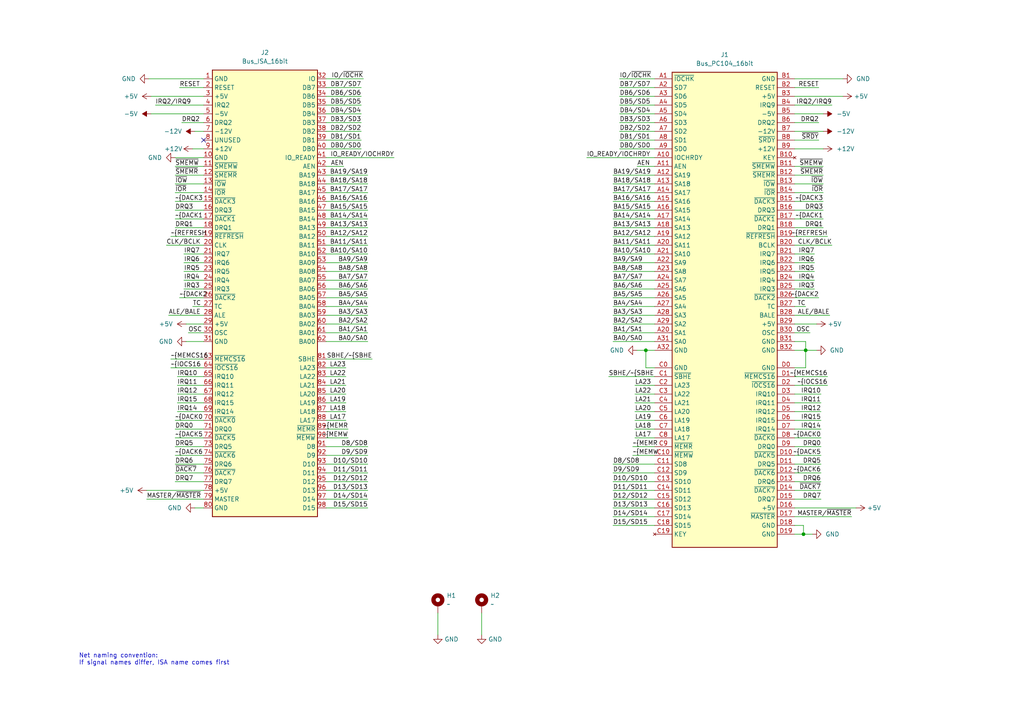
<source format=kicad_sch>
(kicad_sch (version 20211123) (generator eeschema)
  (paper "A4")
  (lib_symbols
    (symbol "Mechanical:MountingHole_Pad" (pin_numbers hide) (pin_names (offset 1.016) hide)
      (property "Reference" "H" (at 0 6.35 0))
      (property "Value" "MountingHole_Pad" (at 0 4.445 0))
      (symbol "MountingHole_Pad_0_1"
        (circle (center 0 1.27) (radius 1.27) (stroke (width 1.27)))
      )
      (symbol "MountingHole_Pad_1_1"
        (pin input line (at 0 -2.54 90) (length 2.54) (name "1") (number "1"))
      )
    )
    (symbol "local:Bus_ISA_16bit"
      (property "Reference" "J" (at 0 67.945 0))
      (property "Value" "Bus_ISA_16bit" (at 0 -65.405 0))
      (symbol "Bus_ISA_16bit_0_1"
        (rectangle (start -15.24 -63.5) (end 15.24 66.04) (stroke (width 0.254)) (fill (type background)))
      )
      (symbol "Bus_ISA_16bit_1_1"
        (pin power_out line (at -17.78 63.5 0) (length 2.54) (name "GND") (number "1"))
        (pin power_in line (at -17.78 40.64 0) (length 2.54) (name "GND") (number "10"))
        (pin output line (at -17.78 38.1 0) (length 2.54) (name "~{SMEMW}") (number "11"))
        (pin output line (at -17.78 35.56 0) (length 2.54) (name "~{SMEMR}") (number "12"))
        (pin output line (at -17.78 33.02 0) (length 2.54) (name "~{IOW}") (number "13"))
        (pin output line (at -17.78 30.48 0) (length 2.54) (name "~{IOR}") (number "14"))
        (pin passive line (at -17.78 27.94 0) (length 2.54) (name "~{DACK3}") (number "15"))
        (pin passive line (at -17.78 25.4 0) (length 2.54) (name "DRQ3") (number "16"))
        (pin passive line (at -17.78 22.86 0) (length 2.54) (name "~{DACK1}") (number "17"))
        (pin passive line (at -17.78 20.32 0) (length 2.54) (name "DRQ1") (number "18"))
        (pin passive line (at -17.78 17.78 0) (length 2.54) (name "~{REFRESH}") (number "19"))
        (pin output line (at -17.78 60.96 0) (length 2.54) (name "RESET") (number "2"))
        (pin output line (at -17.78 15.24 0) (length 2.54) (name "CLK") (number "20"))
        (pin passive line (at -17.78 12.7 0) (length 2.54) (name "IRQ7") (number "21"))
        (pin passive line (at -17.78 10.16 0) (length 2.54) (name "IRQ6") (number "22"))
        (pin passive line (at -17.78 7.62 0) (length 2.54) (name "IRQ5") (number "23"))
        (pin passive line (at -17.78 5.08 0) (length 2.54) (name "IRQ4") (number "24"))
        (pin passive line (at -17.78 2.54 0) (length 2.54) (name "IRQ3") (number "25"))
        (pin passive line (at -17.78 0 0) (length 2.54) (name "~{DACK2}") (number "26"))
        (pin passive line (at -17.78 -2.54 0) (length 2.54) (name "TC") (number "27"))
        (pin output line (at -17.78 -5.08 0) (length 2.54) (name "ALE") (number "28"))
        (pin power_in line (at -17.78 -7.62 0) (length 2.54) (name "+5V") (number "29"))
        (pin power_out line (at -17.78 58.42 0) (length 2.54) (name "+5V") (number "3"))
        (pin output line (at -17.78 -10.16 0) (length 2.54) (name "OSC") (number "30"))
        (pin power_in line (at -17.78 -12.7 0) (length 2.54) (name "GND") (number "31"))
        (pin passive line (at 17.78 63.5 180) (length 2.54) (name "IO") (number "32"))
        (pin tri_state line (at 17.78 60.96 180) (length 2.54) (name "DB7") (number "33"))
        (pin tri_state line (at 17.78 58.42 180) (length 2.54) (name "DB6") (number "34"))
        (pin tri_state line (at 17.78 55.88 180) (length 2.54) (name "DB5") (number "35"))
        (pin tri_state line (at 17.78 53.34 180) (length 2.54) (name "DB4") (number "36"))
        (pin tri_state line (at 17.78 50.8 180) (length 2.54) (name "DB3") (number "37"))
        (pin tri_state line (at 17.78 48.26 180) (length 2.54) (name "DB2") (number "38"))
        (pin tri_state line (at 17.78 45.72 180) (length 2.54) (name "DB1") (number "39"))
        (pin passive line (at -17.78 55.88 0) (length 2.54) (name "IRQ2") (number "4"))
        (pin tri_state line (at 17.78 43.18 180) (length 2.54) (name "DB0") (number "40"))
        (pin passive line (at 17.78 40.64 180) (length 2.54) (name "IO_READY") (number "41"))
        (pin output line (at 17.78 38.1 180) (length 2.54) (name "AEN") (number "42"))
        (pin tri_state line (at 17.78 35.56 180) (length 2.54) (name "BA19") (number "43"))
        (pin tri_state line (at 17.78 33.02 180) (length 2.54) (name "BA18") (number "44"))
        (pin tri_state line (at 17.78 30.48 180) (length 2.54) (name "BA17") (number "45"))
        (pin tri_state line (at 17.78 27.94 180) (length 2.54) (name "BA16") (number "46"))
        (pin tri_state line (at 17.78 25.4 180) (length 2.54) (name "BA15") (number "47"))
        (pin tri_state line (at 17.78 22.86 180) (length 2.54) (name "BA14") (number "48"))
        (pin tri_state line (at 17.78 20.32 180) (length 2.54) (name "BA13") (number "49"))
        (pin power_out line (at -17.78 53.34 0) (length 2.54) (name "-5V") (number "5"))
        (pin tri_state line (at 17.78 17.78 180) (length 2.54) (name "BA12") (number "50"))
        (pin tri_state line (at 17.78 15.24 180) (length 2.54) (name "BA11") (number "51"))
        (pin tri_state line (at 17.78 12.7 180) (length 2.54) (name "BA10") (number "52"))
        (pin tri_state line (at 17.78 10.16 180) (length 2.54) (name "BA09") (number "53"))
        (pin tri_state line (at 17.78 7.62 180) (length 2.54) (name "BA08") (number "54"))
        (pin tri_state line (at 17.78 5.08 180) (length 2.54) (name "BA07") (number "55"))
        (pin tri_state line (at 17.78 2.54 180) (length 2.54) (name "BA06") (number "56"))
        (pin tri_state line (at 17.78 0 180) (length 2.54) (name "BA05") (number "57"))
        (pin tri_state line (at 17.78 -2.54 180) (length 2.54) (name "BA04") (number "58"))
        (pin tri_state line (at 17.78 -5.08 180) (length 2.54) (name "BA03") (number "59"))
        (pin passive line (at -17.78 50.8 0) (length 2.54) (name "DRQ2") (number "6"))
        (pin tri_state line (at 17.78 -7.62 180) (length 2.54) (name "BA02") (number "60"))
        (pin tri_state line (at 17.78 -10.16 180) (length 2.54) (name "BA01") (number "61"))
        (pin tri_state line (at 17.78 -12.7 180) (length 2.54) (name "BA00") (number "62"))
        (pin passive line (at -17.78 -17.78 0) (length 2.54) (name "~{MEMCS16}") (number "63"))
        (pin passive line (at -17.78 -20.32 0) (length 2.54) (name "~{IOCS16}") (number "64"))
        (pin passive line (at -17.78 -22.86 0) (length 2.54) (name "IRQ10") (number "65"))
        (pin passive line (at -17.78 -25.4 0) (length 2.54) (name "IRQ11") (number "66"))
        (pin passive line (at -17.78 -27.94 0) (length 2.54) (name "IRQ12") (number "67"))
        (pin passive line (at -17.78 -30.48 0) (length 2.54) (name "IRQ15") (number "68"))
        (pin passive line (at -17.78 -33.02 0) (length 2.54) (name "IRQ14") (number "69"))
        (pin power_out line (at -17.78 48.26 0) (length 2.54) (name "-12V") (number "7"))
        (pin output line (at -17.78 -35.56 0) (length 2.54) (name "~{DACK0}") (number "70"))
        (pin passive line (at -17.78 -38.1 0) (length 2.54) (name "DRQ0") (number "71"))
        (pin output line (at -17.78 -40.64 0) (length 2.54) (name "~{DACK5}") (number "72"))
        (pin passive line (at -17.78 -43.18 0) (length 2.54) (name "DRQ5") (number "73"))
        (pin output line (at -17.78 -45.72 0) (length 2.54) (name "~{DACK6}") (number "74"))
        (pin passive line (at -17.78 -48.26 0) (length 2.54) (name "DRQ6") (number "75"))
        (pin output line (at -17.78 -50.8 0) (length 2.54) (name "~{DACK7}") (number "76"))
        (pin passive line (at -17.78 -53.34 0) (length 2.54) (name "DRQ7") (number "77"))
        (pin power_in line (at -17.78 -55.88 0) (length 2.54) (name "+5V") (number "78"))
        (pin passive line (at -17.78 -58.42 0) (length 2.54) (name "MASTER") (number "79"))
        (pin passive line (at -17.78 45.72 0) (length 2.54) (name "UNUSED") (number "8"))
        (pin power_in line (at -17.78 -60.96 0) (length 2.54) (name "GND") (number "80"))
        (pin passive line (at 17.78 -17.78 180) (length 2.54) (name "SBHE") (number "81"))
        (pin passive line (at 17.78 -20.32 180) (length 2.54) (name "LA23") (number "82"))
        (pin passive line (at 17.78 -22.86 180) (length 2.54) (name "LA22") (number "83"))
        (pin passive line (at 17.78 -25.4 180) (length 2.54) (name "LA21") (number "84"))
        (pin passive line (at 17.78 -27.94 180) (length 2.54) (name "LA20") (number "85"))
        (pin passive line (at 17.78 -30.48 180) (length 2.54) (name "LA19") (number "86"))
        (pin passive line (at 17.78 -33.02 180) (length 2.54) (name "LA18") (number "87"))
        (pin passive line (at 17.78 -35.56 180) (length 2.54) (name "LA17") (number "88"))
        (pin output line (at 17.78 -38.1 180) (length 2.54) (name "~{MEMR}") (number "89"))
        (pin power_out line (at -17.78 43.18 0) (length 2.54) (name "+12V") (number "9"))
        (pin output line (at 17.78 -40.64 180) (length 2.54) (name "~{MEMW}") (number "90"))
        (pin tri_state line (at 17.78 -43.18 180) (length 2.54) (name "D8") (number "91"))
        (pin tri_state line (at 17.78 -45.72 180) (length 2.54) (name "D9") (number "92"))
        (pin tri_state line (at 17.78 -48.26 180) (length 2.54) (name "D10") (number "93"))
        (pin tri_state line (at 17.78 -50.8 180) (length 2.54) (name "D11") (number "94"))
        (pin tri_state line (at 17.78 -53.34 180) (length 2.54) (name "D12") (number "95"))
        (pin tri_state line (at 17.78 -55.88 180) (length 2.54) (name "D13") (number "96"))
        (pin tri_state line (at 17.78 -58.42 180) (length 2.54) (name "D14") (number "97"))
        (pin tri_state line (at 17.78 -60.96 180) (length 2.54) (name "D15") (number "98"))
      )
    )
    (symbol "local:Bus_PC104_16bit"
      (property "Reference" "J" (at 0 69.215 0))
      (property "Value" "Bus_PC104_16bit" (at 0 1.27 90))
      (symbol "Bus_PC104_16bit_0_0"
        (pin power_in line (at -20.32 -13.97 0) (length 5.08) (name "GND") (number "A32"))
        (pin power_in line (at 20.32 -13.97 180) (length 5.08) (name "GND") (number "B32"))
        (pin no_connect line (at -20.32 -67.31 0) (length 5.08) (name "KEY") (number "C19"))
        (pin power_in line (at 20.32 -67.31 180) (length 5.08) (name "GND") (number "D19"))
      )
      (symbol "Bus_PC104_16bit_0_1"
        (rectangle (start -15.24 66.675) (end 15.24 -71.12) (stroke (width 0.254)) (fill (type background)))
      )
      (symbol "Bus_PC104_16bit_1_1"
        (pin passive line (at -20.32 64.77 0) (length 5.08) (name "~{IOCHK}") (number "A1"))
        (pin passive line (at -20.32 41.91 0) (length 5.08) (name "IOCHRDY") (number "A10"))
        (pin input line (at -20.32 39.37 0) (length 5.08) (name "AEN") (number "A11"))
        (pin tri_state line (at -20.32 36.83 0) (length 5.08) (name "SA19") (number "A12"))
        (pin tri_state line (at -20.32 34.29 0) (length 5.08) (name "SA18") (number "A13"))
        (pin tri_state line (at -20.32 31.75 0) (length 5.08) (name "SA17") (number "A14"))
        (pin tri_state line (at -20.32 29.21 0) (length 5.08) (name "SA16") (number "A15"))
        (pin tri_state line (at -20.32 26.67 0) (length 5.08) (name "SA15") (number "A16"))
        (pin tri_state line (at -20.32 24.13 0) (length 5.08) (name "SA14") (number "A17"))
        (pin tri_state line (at -20.32 21.59 0) (length 5.08) (name "SA13") (number "A18"))
        (pin tri_state line (at -20.32 19.05 0) (length 5.08) (name "SA12") (number "A19"))
        (pin tri_state line (at -20.32 62.23 0) (length 5.08) (name "SD7") (number "A2"))
        (pin tri_state line (at -20.32 -8.89 0) (length 5.08) (name "SA1") (number "A20"))
        (pin tri_state line (at -20.32 16.51 0) (length 5.08) (name "SA11") (number "A20"))
        (pin tri_state line (at -20.32 13.97 0) (length 5.08) (name "SA10") (number "A21"))
        (pin tri_state line (at -20.32 11.43 0) (length 5.08) (name "SA9") (number "A22"))
        (pin tri_state line (at -20.32 8.89 0) (length 5.08) (name "SA8") (number "A23"))
        (pin tri_state line (at -20.32 6.35 0) (length 5.08) (name "SA7") (number "A24"))
        (pin tri_state line (at -20.32 3.81 0) (length 5.08) (name "SA6") (number "A25"))
        (pin tri_state line (at -20.32 1.27 0) (length 5.08) (name "SA5") (number "A26"))
        (pin tri_state line (at -20.32 -1.27 0) (length 5.08) (name "SA4") (number "A27"))
        (pin tri_state line (at -20.32 -3.81 0) (length 5.08) (name "SA3") (number "A28"))
        (pin tri_state line (at -20.32 -6.35 0) (length 5.08) (name "SA2") (number "A29"))
        (pin tri_state line (at -20.32 59.69 0) (length 5.08) (name "SD6") (number "A3"))
        (pin tri_state line (at -20.32 -11.43 0) (length 5.08) (name "SA0") (number "A31"))
        (pin tri_state line (at -20.32 57.15 0) (length 5.08) (name "SD5") (number "A4"))
        (pin tri_state line (at -20.32 54.61 0) (length 5.08) (name "SD4") (number "A5"))
        (pin tri_state line (at -20.32 52.07 0) (length 5.08) (name "SD3") (number "A6"))
        (pin tri_state line (at -20.32 49.53 0) (length 5.08) (name "SD2") (number "A7"))
        (pin tri_state line (at -20.32 46.99 0) (length 5.08) (name "SD1") (number "A8"))
        (pin tri_state line (at -20.32 44.45 0) (length 5.08) (name "SD0") (number "A9"))
        (pin power_in line (at 20.32 64.77 180) (length 5.08) (name "GND") (number "B1"))
        (pin no_connect line (at 20.32 41.91 180) (length 5.08) (name "KEY") (number "B10"))
        (pin input line (at 20.32 39.37 180) (length 5.08) (name "~{SMEMW}") (number "B11"))
        (pin input line (at 20.32 36.83 180) (length 5.08) (name "~{SMEMR}") (number "B12"))
        (pin input line (at 20.32 34.29 180) (length 5.08) (name "~{IOW}") (number "B13"))
        (pin input line (at 20.32 31.75 180) (length 5.08) (name "~{IOR}") (number "B14"))
        (pin passive line (at 20.32 29.21 180) (length 5.08) (name "~{DACK3}") (number "B15"))
        (pin passive line (at 20.32 26.67 180) (length 5.08) (name "DRQ3") (number "B16"))
        (pin passive line (at 20.32 24.13 180) (length 5.08) (name "~{DACK1}") (number "B17"))
        (pin passive line (at 20.32 21.59 180) (length 5.08) (name "DRQ1") (number "B18"))
        (pin passive line (at 20.32 19.05 180) (length 5.08) (name "~{REFRESH}") (number "B19"))
        (pin input line (at 20.32 62.23 180) (length 5.08) (name "RESET") (number "B2"))
        (pin input line (at 20.32 16.51 180) (length 5.08) (name "BCLK") (number "B20"))
        (pin passive line (at 20.32 13.97 180) (length 5.08) (name "IRQ7") (number "B21"))
        (pin passive line (at 20.32 11.43 180) (length 5.08) (name "IRQ6") (number "B22"))
        (pin passive line (at 20.32 8.89 180) (length 5.08) (name "IRQ5") (number "B23"))
        (pin passive line (at 20.32 6.35 180) (length 5.08) (name "IRQ4") (number "B24"))
        (pin passive line (at 20.32 3.81 180) (length 5.08) (name "IRQ3") (number "B25"))
        (pin passive line (at 20.32 1.27 180) (length 5.08) (name "~{DACK2}") (number "B26"))
        (pin passive line (at 20.32 -1.27 180) (length 5.08) (name "TC") (number "B27"))
        (pin input line (at 20.32 -3.81 180) (length 5.08) (name "BALE") (number "B28"))
        (pin power_in line (at 20.32 -6.35 180) (length 5.08) (name "+5V") (number "B29"))
        (pin power_in line (at 20.32 59.69 180) (length 5.08) (name "+5V") (number "B3"))
        (pin input line (at 20.32 -8.89 180) (length 5.08) (name "OSC") (number "B30"))
        (pin power_in line (at 20.32 -11.43 180) (length 5.08) (name "GND") (number "B31"))
        (pin passive line (at 20.32 57.15 180) (length 5.08) (name "IRQ9") (number "B4"))
        (pin power_in line (at 20.32 54.61 180) (length 5.08) (name "-5V") (number "B5"))
        (pin passive line (at 20.32 52.07 180) (length 5.08) (name "DRQ2") (number "B6"))
        (pin power_in line (at 20.32 49.53 180) (length 5.08) (name "-12V") (number "B7"))
        (pin passive line (at 20.32 46.99 180) (length 5.08) (name "~{SRDY}") (number "B8"))
        (pin power_in line (at 20.32 44.45 180) (length 5.08) (name "+12V") (number "B9"))
        (pin power_in line (at -20.32 -19.05 0) (length 5.08) (name "GND") (number "C0"))
        (pin passive line (at -20.32 -21.59 0) (length 5.08) (name "~{SBHE}") (number "C1"))
        (pin input line (at -20.32 -44.45 0) (length 5.08) (name "~{MEMW}") (number "C10"))
        (pin tri_state line (at -20.32 -46.99 0) (length 5.08) (name "SD8") (number "C11"))
        (pin tri_state line (at -20.32 -49.53 0) (length 5.08) (name "SD9") (number "C12"))
        (pin tri_state line (at -20.32 -52.07 0) (length 5.08) (name "SD10") (number "C13"))
        (pin tri_state line (at -20.32 -54.61 0) (length 5.08) (name "SD11") (number "C14"))
        (pin tri_state line (at -20.32 -57.15 0) (length 5.08) (name "SD12") (number "C15"))
        (pin tri_state line (at -20.32 -59.69 0) (length 5.08) (name "SD13") (number "C16"))
        (pin tri_state line (at -20.32 -62.23 0) (length 5.08) (name "SD14") (number "C17"))
        (pin tri_state line (at -20.32 -64.77 0) (length 5.08) (name "SD15") (number "C18"))
        (pin passive line (at -20.32 -24.13 0) (length 5.08) (name "LA23") (number "C2"))
        (pin passive line (at -20.32 -26.67 0) (length 5.08) (name "LA22") (number "C3"))
        (pin passive line (at -20.32 -29.21 0) (length 5.08) (name "LA21") (number "C4"))
        (pin passive line (at -20.32 -31.75 0) (length 5.08) (name "LA20") (number "C5"))
        (pin passive line (at -20.32 -34.29 0) (length 5.08) (name "LA19") (number "C6"))
        (pin passive line (at -20.32 -36.83 0) (length 5.08) (name "LA18") (number "C7"))
        (pin passive line (at -20.32 -39.37 0) (length 5.08) (name "LA17") (number "C8"))
        (pin input line (at -20.32 -41.91 0) (length 5.08) (name "~{MEMR}") (number "C9"))
        (pin power_in line (at 20.32 -19.05 180) (length 5.08) (name "GND") (number "D0"))
        (pin passive line (at 20.32 -21.59 180) (length 5.08) (name "~{MEMCS16}") (number "D1"))
        (pin input line (at 20.32 -44.45 180) (length 5.08) (name "~{DACK5}") (number "D10"))
        (pin passive line (at 20.32 -46.99 180) (length 5.08) (name "DRQ5") (number "D11"))
        (pin input line (at 20.32 -49.53 180) (length 5.08) (name "~{DACK6}") (number "D12"))
        (pin passive line (at 20.32 -52.07 180) (length 5.08) (name "DRQ6") (number "D13"))
        (pin input line (at 20.32 -54.61 180) (length 5.08) (name "~{DACK7}") (number "D14"))
        (pin passive line (at 20.32 -57.15 180) (length 5.08) (name "DRQ7") (number "D15"))
        (pin power_in line (at 20.32 -59.69 180) (length 5.08) (name "+5V") (number "D16"))
        (pin passive line (at 20.32 -62.23 180) (length 5.08) (name "~{MASTER}") (number "D17"))
        (pin power_in line (at 20.32 -64.77 180) (length 5.08) (name "GND") (number "D18"))
        (pin passive line (at 20.32 -24.13 180) (length 5.08) (name "~{IOCS16}") (number "D2"))
        (pin passive line (at 20.32 -26.67 180) (length 5.08) (name "IRQ10") (number "D3"))
        (pin passive line (at 20.32 -29.21 180) (length 5.08) (name "IRQ11") (number "D4"))
        (pin passive line (at 20.32 -31.75 180) (length 5.08) (name "IRQ12") (number "D5"))
        (pin passive line (at 20.32 -34.29 180) (length 5.08) (name "IRQ15") (number "D6"))
        (pin passive line (at 20.32 -36.83 180) (length 5.08) (name "IRQ14") (number "D7"))
        (pin input line (at 20.32 -39.37 180) (length 5.08) (name "~{DACK0}") (number "D8"))
        (pin passive line (at 20.32 -41.91 180) (length 5.08) (name "DRQ0") (number "D9"))
      )
    )
    (symbol "power:+12V" (power) (pin_names (offset 0))
      (property "Value" "+12V" (at 0 3.556 0))
      (symbol "+12V_0_1"
        (polyline (pts (xy -0.762 1.27) (xy 0 2.54)))
        (polyline (pts (xy 0 0) (xy 0 2.54)))
        (polyline (pts (xy 0 2.54) (xy 0.762 1.27)))
      )
      (symbol "+12V_1_1"
        (pin power_in line (at 0 0 90) (length 0) hide (name "+12V") (number "1"))
      )
    )
    (symbol "power:+5V" (power) (pin_names (offset 0))
      (property "Value" "+5V" (at 0 3.556 0))
      (symbol "+5V_0_1"
        (polyline (pts (xy -0.762 1.27) (xy 0 2.54)))
        (polyline (pts (xy 0 0) (xy 0 2.54)))
        (polyline (pts (xy 0 2.54) (xy 0.762 1.27)))
      )
      (symbol "+5V_1_1"
        (pin power_in line (at 0 0 90) (length 0) hide (name "+5V") (number "1"))
      )
    )
    (symbol "power:-12V" (power) (pin_names (offset 0))
      (property "Value" "-12V" (at 0 3.81 0))
      (symbol "-12V_0_0"
        (pin power_in line (at 0 0 90) (length 0) hide (name "-12V") (number "1"))
      )
      (symbol "-12V_0_1"
        (polyline (pts (xy 0 0) (xy 0 1.27) (xy 0.762 1.27) (xy 0 2.54) (xy -0.762 1.27) (xy 0 1.27)) (fill (type outline)))
      )
    )
    (symbol "power:-5V" (power) (pin_names (offset 0))
      (property "Value" "-5V" (at 0 3.81 0))
      (symbol "-5V_0_0"
        (pin power_in line (at 0 0 90) (length 0) hide (name "-5V") (number "1"))
      )
      (symbol "-5V_0_1"
        (polyline (pts (xy 0 0) (xy 0 1.27) (xy 0.762 1.27) (xy 0 2.54) (xy -0.762 1.27) (xy 0 1.27)) (fill (type outline)))
      )
    )
    (symbol "power:GND" (power) (pin_names (offset 0))
      (property "Value" "GND" (at 0 -3.81 0))
      (symbol "GND_0_1"
        (polyline (pts (xy 0 0) (xy 0 -1.27) (xy 1.27 -1.27) (xy 0 -2.54) (xy -1.27 -1.27) (xy 0 -1.27)))
      )
      (symbol "GND_1_1"
        (pin power_in line (at 0 0 270) (length 0) hide (name "GND") (number "1"))
      )
    )
  )
  (junction (at 187.325 101.6))
  (junction (at 233.68 101.6))
  (junction (at 233.045 154.94))
  (no_connect (at 59.055 40.64))
  (wire (pts (xy 59.055 55.88) (xy 50.8 55.88)))
  (wire (pts (xy 59.055 124.46) (xy 50.8 124.46)))
  (wire (pts (xy 106.68 55.88) (xy 94.615 55.88)))
  (wire (pts (xy 106.68 71.12) (xy 94.615 71.12)))
  (wire (pts (xy 177.8 58.42) (xy 189.865 58.42)))
  (wire (pts (xy 59.055 83.82) (xy 53.34 83.82)))
  (wire (pts (xy 233.045 152.4) (xy 233.045 154.94)))
  (wire (pts (xy 233.68 101.6) (xy 230.505 101.6)))
  (wire (pts (xy 59.055 111.76) (xy 51.435 111.76)))
  (wire (pts (xy 184.15 116.84) (xy 189.865 116.84)))
  (wire (pts (xy 43.815 33.02) (xy 59.055 33.02)))
  (wire (pts (xy 233.045 152.4) (xy 230.505 152.4)))
  (wire (pts (xy 236.855 101.6) (xy 233.68 101.6)))
  (wire (pts (xy 59.055 96.52) (xy 54.61 96.52)))
  (wire (pts (xy 94.615 45.72) (xy 114.3 45.72)))
  (wire (pts (xy 56.515 147.32) (xy 59.055 147.32)))
  (wire (pts (xy 104.775 30.48) (xy 94.615 30.48)))
  (wire (pts (xy 189.865 144.78) (xy 177.8 144.78)))
  (wire (pts (xy 177.8 68.58) (xy 189.865 68.58)))
  (wire (pts (xy 106.68 63.5) (xy 94.615 63.5)))
  (wire (pts (xy 230.505 76.2) (xy 236.22 76.2)))
  (wire (pts (xy 104.775 27.94) (xy 94.615 27.94)))
  (wire (pts (xy 177.8 91.44) (xy 189.865 91.44)))
  (wire (pts (xy 230.505 119.38) (xy 238.125 119.38)))
  (wire (pts (xy 179.705 33.02) (xy 189.865 33.02)))
  (wire (pts (xy 230.505 30.48) (xy 241.3 30.48)))
  (wire (pts (xy 59.055 104.14) (xy 49.53 104.14)))
  (wire (pts (xy 230.505 132.08) (xy 238.125 132.08)))
  (wire (pts (xy 106.68 86.36) (xy 94.615 86.36)))
  (wire (pts (xy 59.055 25.4) (xy 52.07 25.4)))
  (wire (pts (xy 59.055 114.3) (xy 51.435 114.3)))
  (wire (pts (xy 187.325 101.6) (xy 187.325 106.68)))
  (wire (pts (xy 59.055 48.26) (xy 50.8 48.26)))
  (wire (pts (xy 106.68 66.04) (xy 94.615 66.04)))
  (wire (pts (xy 230.505 93.98) (xy 236.855 93.98)))
  (wire (pts (xy 177.8 66.04) (xy 189.865 66.04)))
  (wire (pts (xy 106.68 76.2) (xy 94.615 76.2)))
  (wire (pts (xy 94.615 132.08) (xy 106.68 132.08)))
  (wire (pts (xy 189.865 22.86) (xy 179.705 22.86)))
  (wire (pts (xy 100.965 127) (xy 94.615 127)))
  (wire (pts (xy 59.055 132.08) (xy 50.8 132.08)))
  (wire (pts (xy 106.68 91.44) (xy 94.615 91.44)))
  (wire (pts (xy 177.8 88.9) (xy 189.865 88.9)))
  (wire (pts (xy 233.68 99.06) (xy 230.505 99.06)))
  (wire (pts (xy 94.615 48.26) (xy 99.695 48.26)))
  (wire (pts (xy 48.895 91.44) (xy 59.055 91.44)))
  (wire (pts (xy 230.505 137.16) (xy 238.125 137.16)))
  (wire (pts (xy 230.505 53.34) (xy 238.76 53.34)))
  (wire (pts (xy 104.775 38.1) (xy 94.615 38.1)))
  (wire (pts (xy 59.055 127) (xy 50.8 127)))
  (wire (pts (xy 177.8 63.5) (xy 189.865 63.5)))
  (wire (pts (xy 233.68 101.6) (xy 233.68 106.68)))
  (wire (pts (xy 106.68 73.66) (xy 94.615 73.66)))
  (wire (pts (xy 179.705 40.64) (xy 189.865 40.64)))
  (wire (pts (xy 94.615 129.54) (xy 106.68 129.54)))
  (wire (pts (xy 59.055 139.7) (xy 50.8 139.7)))
  (wire (pts (xy 50.8 58.42) (xy 59.055 58.42)))
  (wire (pts (xy 59.055 119.38) (xy 51.435 119.38)))
  (wire (pts (xy 106.68 99.06) (xy 94.615 99.06)))
  (wire (pts (xy 176.53 109.22) (xy 189.865 109.22)))
  (wire (pts (xy 240.665 91.44) (xy 230.505 91.44)))
  (wire (pts (xy 177.8 99.06) (xy 189.865 99.06)))
  (wire (pts (xy 177.8 55.88) (xy 189.865 55.88)))
  (wire (pts (xy 100.33 114.3) (xy 94.615 114.3)))
  (wire (pts (xy 230.505 71.12) (xy 241.3 71.12)))
  (wire (pts (xy 107.95 104.14) (xy 94.615 104.14)))
  (wire (pts (xy 189.865 152.4) (xy 177.8 152.4)))
  (wire (pts (xy 233.045 154.94) (xy 230.505 154.94)))
  (wire (pts (xy 106.68 50.8) (xy 94.615 50.8)))
  (wire (pts (xy 59.055 78.74) (xy 53.34 78.74)))
  (wire (pts (xy 244.475 22.86) (xy 230.505 22.86)))
  (wire (pts (xy 230.505 25.4) (xy 237.49 25.4)))
  (wire (pts (xy 230.505 124.46) (xy 238.125 124.46)))
  (wire (pts (xy 177.8 93.98) (xy 189.865 93.98)))
  (wire (pts (xy 59.055 144.78) (xy 42.545 144.78)))
  (wire (pts (xy 189.865 147.32) (xy 177.8 147.32)))
  (wire (pts (xy 179.705 38.1) (xy 189.865 38.1)))
  (wire (pts (xy 233.68 88.9) (xy 230.505 88.9)))
  (wire (pts (xy 94.615 139.7) (xy 106.68 139.7)))
  (wire (pts (xy 53.975 99.06) (xy 59.055 99.06)))
  (wire (pts (xy 106.68 83.82) (xy 94.615 83.82)))
  (wire (pts (xy 179.705 35.56) (xy 189.865 35.56)))
  (wire (pts (xy 230.505 116.84) (xy 238.125 116.84)))
  (wire (pts (xy 59.055 129.54) (xy 50.8 129.54)))
  (wire (pts (xy 177.8 96.52) (xy 189.865 96.52)))
  (wire (pts (xy 127 177.8) (xy 127 184.15)))
  (wire (pts (xy 184.15 111.76) (xy 189.865 111.76)))
  (wire (pts (xy 189.865 134.62) (xy 177.8 134.62)))
  (wire (pts (xy 177.8 71.12) (xy 189.865 71.12)))
  (wire (pts (xy 56.515 38.1) (xy 59.055 38.1)))
  (wire (pts (xy 43.815 27.94) (xy 59.055 27.94)))
  (wire (pts (xy 45.085 30.48) (xy 59.055 30.48)))
  (wire (pts (xy 42.545 142.24) (xy 59.055 142.24)))
  (wire (pts (xy 230.505 48.26) (xy 238.76 48.26)))
  (wire (pts (xy 238.76 66.04) (xy 230.505 66.04)))
  (wire (pts (xy 189.865 149.86) (xy 177.8 149.86)))
  (wire (pts (xy 100.33 111.76) (xy 94.615 111.76)))
  (wire (pts (xy 177.8 50.8) (xy 189.865 50.8)))
  (wire (pts (xy 59.055 106.68) (xy 49.53 106.68)))
  (wire (pts (xy 55.88 43.18) (xy 59.055 43.18)))
  (wire (pts (xy 233.68 99.06) (xy 233.68 101.6)))
  (wire (pts (xy 230.505 134.62) (xy 238.125 134.62)))
  (wire (pts (xy 230.505 142.24) (xy 238.125 142.24)))
  (wire (pts (xy 189.865 48.26) (xy 184.785 48.26)))
  (wire (pts (xy 50.8 121.92) (xy 59.055 121.92)))
  (wire (pts (xy 179.705 27.94) (xy 189.865 27.94)))
  (wire (pts (xy 179.705 30.48) (xy 189.865 30.48)))
  (wire (pts (xy 50.8 63.5) (xy 59.055 63.5)))
  (wire (pts (xy 52.705 35.56) (xy 59.055 35.56)))
  (wire (pts (xy 106.68 93.98) (xy 94.615 93.98)))
  (wire (pts (xy 230.505 129.54) (xy 238.125 129.54)))
  (wire (pts (xy 50.8 45.72) (xy 59.055 45.72)))
  (wire (pts (xy 59.055 50.8) (xy 50.8 50.8)))
  (wire (pts (xy 43.18 22.86) (xy 59.055 22.86)))
  (wire (pts (xy 106.68 78.74) (xy 94.615 78.74)))
  (wire (pts (xy 94.615 22.86) (xy 105.41 22.86)))
  (wire (pts (xy 106.68 53.34) (xy 94.615 53.34)))
  (wire (pts (xy 177.8 81.28) (xy 189.865 81.28)))
  (wire (pts (xy 230.505 50.8) (xy 238.76 50.8)))
  (wire (pts (xy 233.68 106.68) (xy 230.505 106.68)))
  (wire (pts (xy 230.505 73.66) (xy 236.22 73.66)))
  (wire (pts (xy 237.49 86.36) (xy 230.505 86.36)))
  (wire (pts (xy 94.615 134.62) (xy 106.68 134.62)))
  (wire (pts (xy 187.325 101.6) (xy 189.865 101.6)))
  (wire (pts (xy 230.505 127) (xy 238.125 127)))
  (wire (pts (xy 94.615 142.24) (xy 106.68 142.24)))
  (wire (pts (xy 184.15 127) (xy 189.865 127)))
  (wire (pts (xy 52.07 86.36) (xy 59.055 86.36)))
  (wire (pts (xy 59.055 81.28) (xy 53.34 81.28)))
  (wire (pts (xy 104.775 40.64) (xy 94.615 40.64)))
  (wire (pts (xy 230.505 111.76) (xy 240.03 111.76)))
  (wire (pts (xy 230.505 35.56) (xy 237.49 35.56)))
  (wire (pts (xy 106.68 81.28) (xy 94.615 81.28)))
  (wire (pts (xy 104.775 35.56) (xy 94.615 35.56)))
  (wire (pts (xy 177.8 83.82) (xy 189.865 83.82)))
  (wire (pts (xy 59.055 73.66) (xy 53.34 73.66)))
  (wire (pts (xy 230.505 78.74) (xy 236.22 78.74)))
  (wire (pts (xy 177.8 73.66) (xy 189.865 73.66)))
  (wire (pts (xy 59.055 71.12) (xy 48.26 71.12)))
  (wire (pts (xy 50.8 60.96) (xy 59.055 60.96)))
  (wire (pts (xy 139.7 177.8) (xy 139.7 184.15)))
  (wire (pts (xy 238.76 60.96) (xy 230.505 60.96)))
  (wire (pts (xy 230.505 121.92) (xy 238.125 121.92)))
  (wire (pts (xy 177.8 60.96) (xy 189.865 60.96)))
  (wire (pts (xy 230.505 149.86) (xy 247.015 149.86)))
  (wire (pts (xy 100.33 119.38) (xy 94.615 119.38)))
  (wire (pts (xy 230.505 147.32) (xy 248.285 147.32)))
  (wire (pts (xy 59.055 76.2) (xy 53.34 76.2)))
  (wire (pts (xy 189.865 142.24) (xy 177.8 142.24)))
  (wire (pts (xy 104.775 43.18) (xy 94.615 43.18)))
  (wire (pts (xy 100.965 124.46) (xy 94.615 124.46)))
  (wire (pts (xy 59.055 134.62) (xy 50.8 134.62)))
  (wire (pts (xy 100.33 106.68) (xy 94.615 106.68)))
  (wire (pts (xy 230.505 139.7) (xy 238.125 139.7)))
  (wire (pts (xy 189.865 137.16) (xy 177.8 137.16)))
  (wire (pts (xy 59.055 53.34) (xy 50.8 53.34)))
  (wire (pts (xy 230.505 96.52) (xy 234.95 96.52)))
  (wire (pts (xy 230.505 109.22) (xy 240.03 109.22)))
  (wire (pts (xy 230.505 33.02) (xy 238.76 33.02)))
  (wire (pts (xy 238.76 58.42) (xy 230.505 58.42)))
  (wire (pts (xy 189.865 45.72) (xy 170.18 45.72)))
  (wire (pts (xy 104.775 33.02) (xy 94.615 33.02)))
  (wire (pts (xy 106.68 88.9) (xy 94.615 88.9)))
  (wire (pts (xy 235.585 154.94) (xy 233.045 154.94)))
  (wire (pts (xy 230.505 27.94) (xy 244.475 27.94)))
  (wire (pts (xy 177.8 78.74) (xy 189.865 78.74)))
  (wire (pts (xy 94.615 147.32) (xy 106.68 147.32)))
  (wire (pts (xy 177.8 53.34) (xy 189.865 53.34)))
  (wire (pts (xy 53.975 93.98) (xy 59.055 93.98)))
  (wire (pts (xy 100.33 121.92) (xy 94.615 121.92)))
  (wire (pts (xy 230.505 83.82) (xy 236.22 83.82)))
  (wire (pts (xy 59.055 109.22) (xy 51.435 109.22)))
  (wire (pts (xy 106.68 96.52) (xy 94.615 96.52)))
  (wire (pts (xy 183.515 132.08) (xy 189.865 132.08)))
  (wire (pts (xy 230.505 81.28) (xy 236.22 81.28)))
  (wire (pts (xy 94.615 25.4) (xy 104.775 25.4)))
  (wire (pts (xy 184.15 121.92) (xy 189.865 121.92)))
  (wire (pts (xy 59.055 137.16) (xy 50.8 137.16)))
  (wire (pts (xy 184.15 114.3) (xy 189.865 114.3)))
  (wire (pts (xy 230.505 114.3) (xy 238.125 114.3)))
  (wire (pts (xy 49.53 68.58) (xy 59.055 68.58)))
  (wire (pts (xy 240.03 68.58) (xy 230.505 68.58)))
  (wire (pts (xy 100.33 116.84) (xy 94.615 116.84)))
  (wire (pts (xy 94.615 137.16) (xy 106.68 137.16)))
  (wire (pts (xy 230.505 144.78) (xy 238.125 144.78)))
  (wire (pts (xy 106.68 60.96) (xy 94.615 60.96)))
  (wire (pts (xy 189.865 106.68) (xy 187.325 106.68)))
  (wire (pts (xy 59.055 116.84) (xy 51.435 116.84)))
  (wire (pts (xy 230.505 40.64) (xy 237.49 40.64)))
  (wire (pts (xy 50.8 66.04) (xy 59.055 66.04)))
  (wire (pts (xy 238.76 63.5) (xy 230.505 63.5)))
  (wire (pts (xy 184.15 124.46) (xy 189.865 124.46)))
  (wire (pts (xy 189.865 139.7) (xy 177.8 139.7)))
  (wire (pts (xy 100.33 109.22) (xy 94.615 109.22)))
  (wire (pts (xy 106.68 68.58) (xy 94.615 68.58)))
  (wire (pts (xy 55.88 88.9) (xy 59.055 88.9)))
  (wire (pts (xy 184.785 101.6) (xy 187.325 101.6)))
  (wire (pts (xy 230.505 55.88) (xy 238.76 55.88)))
  (wire (pts (xy 106.68 58.42) (xy 94.615 58.42)))
  (wire (pts (xy 230.505 38.1) (xy 238.76 38.1)))
  (wire (pts (xy 177.8 76.2) (xy 189.865 76.2)))
  (wire (pts (xy 230.505 43.18) (xy 238.76 43.18)))
  (wire (pts (xy 94.615 144.78) (xy 106.68 144.78)))
  (wire (pts (xy 183.515 129.54) (xy 189.865 129.54)))
  (wire (pts (xy 179.705 25.4) (xy 189.865 25.4)))
  (wire (pts (xy 184.15 119.38) (xy 189.865 119.38)))
  (wire (pts (xy 179.705 43.18) (xy 189.865 43.18)))
  (wire (pts (xy 177.8 86.36) (xy 189.865 86.36)))
  (text "Net naming convention:\nIf signal names differ, ISA name comes first" (at 22.86 193.04 0) (effects (font (size 1.27 1.27)) (justify left bottom)))
  (label "~{SMEMW}" (at 50.8 48.26 0))
  (label "~{DACK3" (at 50.8 58.42 0))
  (label "~{DACK1" (at 50.8 63.5 0))
  (label "~{SMEMR}" (at 50.8 50.8 0))
  (label "RESET" (at 52.07 25.4 0))
  (label "IRQ2{slash}IRQ9" (at 45.085 30.48 0))
  (label "MASTER{slash}~{MASTER}" (at 42.545 144.78 0))
  (label "DB0{slash}SD0" (at 179.705 43.18 0))
  (label "D10{slash}SD10" (at 106.68 134.62 180))
  (label "D14{slash}SD14" (at 177.8 149.86 0))
  (label "DB1{slash}SD1" (at 179.705 40.64 0))
  (label "DRQ6" (at 238.125 139.7 180))
  (label "BA1{slash}SA1" (at 106.68 96.52 180))
  (label "LA21" (at 100.33 111.76 180))
  (label "~{SMEMW}" (at 238.76 48.26 180))
  (label "ALE{slash}BALE" (at 48.895 91.44 0))
  (label "IO_READY{slash}IOCHRDY" (at 114.3 45.72 180))
  (label "D8{slash}SD8" (at 177.8 134.62 0))
  (label "DB5{slash}SD5" (at 179.705 30.48 0))
  (label "~{IOR}" (at 50.8 55.88 0))
  (label "D12{slash}SD12" (at 106.68 139.7 180))
  (label "~{DACK0" (at 238.125 127 180))
  (label "LA21" (at 184.15 116.84 0))
  (label "~{IOW}" (at 50.8 53.34 0))
  (label "~{DACK2" (at 237.49 86.36 180))
  (label "DRQ7" (at 50.8 139.7 0))
  (label "~{MEMW" (at 100.965 127 180))
  (label "BA14{slash}SA14" (at 177.8 63.5 0))
  (label "BA12{slash}SA12" (at 177.8 68.58 0))
  (label "IRQ14" (at 51.435 119.38 0))
  (label "IO_READY{slash}IOCHRDY" (at 170.18 45.72 0))
  (label "~{DACK5" (at 238.125 132.08 180))
  (label "BA8{slash}SA8" (at 106.68 78.74 180))
  (label "DB4{slash}SD4" (at 179.705 33.02 0))
  (label "~{IOR}" (at 238.76 55.88 180))
  (label "DRQ2" (at 237.49 35.56 180))
  (label "BA16{slash}SA16" (at 106.68 58.42 180))
  (label "D15{slash}SD15" (at 106.68 147.32 180))
  (label "D9{slash}SD9" (at 177.8 137.16 0))
  (label "IRQ3" (at 236.22 83.82 180))
  (label "DRQ5" (at 238.125 134.62 180))
  (label "BA3{slash}SA3" (at 177.8 91.44 0))
  (label "IRQ14" (at 238.125 124.46 180))
  (label "IO{slash}~{IOCHK}" (at 179.705 22.86 0))
  (label "~{DACK1" (at 238.76 63.5 180))
  (label "IRQ15" (at 51.435 116.84 0))
  (label "~{SMEMR}" (at 238.76 50.8 180))
  (label "TC" (at 233.68 88.9 180))
  (label "DB7{slash}SD7" (at 179.705 25.4 0))
  (label "D12{slash}SD12" (at 177.8 144.78 0))
  (label "BA15{slash}SA15" (at 177.8 60.96 0))
  (label "BA9{slash}SA9" (at 106.68 76.2 180))
  (label "DRQ3" (at 50.8 60.96 0))
  (label "DB4{slash}SD4" (at 104.775 33.02 180))
  (label "~{DACK5" (at 50.8 127 0))
  (label "IRQ12" (at 238.125 119.38 180))
  (label "~{IOCS16" (at 240.03 111.76 180))
  (label "BA7{slash}SA7" (at 106.68 81.28 180))
  (label "LA23" (at 184.15 111.76 0))
  (label "BA11{slash}SA11" (at 106.68 71.12 180))
  (label "DRQ2" (at 52.705 35.56 0))
  (label "~{DACK2" (at 52.07 86.36 0))
  (label "IRQ3" (at 53.34 83.82 0))
  (label "BA9{slash}SA9" (at 177.8 76.2 0))
  (label "~{REFRESH" (at 49.53 68.58 0))
  (label "DB1{slash}SD1" (at 104.775 40.64 180))
  (label "BA10{slash}SA10" (at 106.68 73.66 180))
  (label "BA12{slash}SA12" (at 106.68 68.58 180))
  (label "~{MEMW" (at 183.515 132.08 0))
  (label "BA16{slash}SA16" (at 177.8 58.42 0))
  (label "DB3{slash}SD3" (at 179.705 35.56 0))
  (label "IRQ7" (at 53.34 73.66 0))
  (label "LA23" (at 100.33 106.68 180))
  (label "IRQ12" (at 51.435 114.3 0))
  (label "TC" (at 55.88 88.9 0))
  (label "DB6{slash}SD6" (at 104.775 27.94 180))
  (label "IRQ10" (at 51.435 109.22 0))
  (label "~{DACK0" (at 50.8 121.92 0))
  (label "BA5{slash}SA5" (at 106.68 86.36 180))
  (label "MASTER{slash}~{MASTER}" (at 247.015 149.86 180))
  (label "DRQ1" (at 238.76 66.04 180))
  (label "IRQ5" (at 236.22 78.74 180))
  (label "AEN" (at 184.785 48.26 0))
  (label "IRQ11" (at 51.435 111.76 0))
  (label "~{DACK6" (at 50.8 132.08 0))
  (label "LA22" (at 184.15 114.3 0))
  (label "BA4{slash}SA4" (at 177.8 88.9 0))
  (label "BA2{slash}SA2" (at 106.68 93.98 180))
  (label "D9{slash}SD9" (at 106.68 132.08 180))
  (label "BA4{slash}SA4" (at 106.68 88.9 180))
  (label "~{IOW}" (at 238.76 53.34 180))
  (label "DRQ5" (at 50.8 129.54 0))
  (label "BA18{slash}SA18" (at 106.68 53.34 180))
  (label "D8{slash}SD8" (at 106.68 129.54 180))
  (label "AEN" (at 99.695 48.26 180))
  (label "BA0{slash}SA0" (at 177.8 99.06 0))
  (label "LA17" (at 100.33 121.92 180))
  (label "BA0{slash}SA0" (at 106.68 99.06 180))
  (label "D15{slash}SD15" (at 177.8 152.4 0))
  (label "BA6{slash}SA6" (at 177.8 83.82 0))
  (label "DRQ0" (at 238.125 129.54 180))
  (label "DB2{slash}SD2" (at 104.775 38.1 180))
  (label "~{DACK7}" (at 238.125 142.24 180))
  (label "DB3{slash}SD3" (at 104.775 35.56 180))
  (label "BA1{slash}SA1" (at 177.8 96.52 0))
  (label "LA18" (at 184.15 124.46 0))
  (label "IRQ6" (at 236.22 76.2 180))
  (label "DRQ0" (at 50.8 124.46 0))
  (label "~{DACK7}" (at 50.8 137.16 0))
  (label "BA19{slash}SA19" (at 106.68 50.8 180))
  (label "BA5{slash}SA5" (at 177.8 86.36 0))
  (label "DRQ6" (at 50.8 134.62 0))
  (label "DB7{slash}SD7" (at 104.775 25.4 180))
  (label "BA2{slash}SA2" (at 177.8 93.98 0))
  (label "D10{slash}SD10" (at 177.8 139.7 0))
  (label "IRQ10" (at 238.125 114.3 180))
  (label "~{REFRESH" (at 240.03 68.58 180))
  (label "BA17{slash}SA17" (at 177.8 55.88 0))
  (label "IRQ4" (at 236.22 81.28 180))
  (label "OSC" (at 234.95 96.52 180))
  (label "~{MEMCS16" (at 49.53 104.14 0))
  (label "D13{slash}SD13" (at 177.8 147.32 0))
  (label "~{DACK3" (at 238.76 58.42 180))
  (label "~{DACK6" (at 238.125 137.16 180))
  (label "~{MEMR" (at 100.965 124.46 180))
  (label "LA19" (at 184.15 121.92 0))
  (label "IRQ15" (at 238.125 121.92 180))
  (label "BA11{slash}SA11" (at 177.8 71.12 0))
  (label "IO{slash}~{IOCHK}" (at 105.41 22.86 180))
  (label "LA22" (at 100.33 109.22 180))
  (label "DB0{slash}SD0" (at 104.775 43.18 180))
  (label "DB6{slash}SD6" (at 179.705 27.94 0))
  (label "SBHE{slash}~{SBHE" (at 176.53 109.22 0))
  (label "DRQ3" (at 238.76 60.96 180))
  (label "BA17{slash}SA17" (at 106.68 55.88 180))
  (label "BA19{slash}SA19" (at 177.8 50.8 0))
  (label "LA19" (at 100.33 116.84 180))
  (label "~{IOCS16" (at 49.53 106.68 0))
  (label "~{SRDY}" (at 237.49 40.64 180))
  (label "D13{slash}SD13" (at 106.68 142.24 180))
  (label "~{MEMCS16" (at 240.03 109.22 180))
  (label "BA14{slash}SA14" (at 106.68 63.5 180))
  (label "CLK{slash}BCLK" (at 241.3 71.12 180))
  (label "LA17" (at 184.15 127 0))
  (label "IRQ4" (at 53.34 81.28 0))
  (label "LA20" (at 100.33 114.3 180))
  (label "SBHE{slash}~{SBHE" (at 107.95 104.14 180))
  (label "DRQ1" (at 50.8 66.04 0))
  (label "DRQ7" (at 238.125 144.78 180))
  (label "LA18" (at 100.33 119.38 180))
  (label "ALE{slash}BALE" (at 240.665 91.44 180))
  (label "~{MEMR" (at 183.515 129.54 0))
  (label "DB5{slash}SD5" (at 104.775 30.48 180))
  (label "BA6{slash}SA6" (at 106.68 83.82 180))
  (label "IRQ11" (at 238.125 116.84 180))
  (label "OSC" (at 54.61 96.52 0))
  (label "BA10{slash}SA10" (at 177.8 73.66 0))
  (label "D11{slash}SD11" (at 177.8 142.24 0))
  (label "BA7{slash}SA7" (at 177.8 81.28 0))
  (label "CLK{slash}BCLK" (at 48.26 71.12 0))
  (label "BA13{slash}SA13" (at 106.68 66.04 180))
  (label "BA13{slash}SA13" (at 177.8 66.04 0))
  (label "D11{slash}SD11" (at 106.68 137.16 180))
  (label "RESET" (at 237.49 25.4 180))
  (label "BA8{slash}SA8" (at 177.8 78.74 0))
  (label "IRQ2{slash}IRQ9" (at 241.3 30.48 180))
  (label "IRQ6" (at 53.34 76.2 0))
  (label "IRQ5" (at 53.34 78.74 0))
  (label "BA3{slash}SA3" (at 106.68 91.44 180))
  (label "BA18{slash}SA18" (at 177.8 53.34 0))
  (label "BA15{slash}SA15" (at 106.68 60.96 180))
  (label "D14{slash}SD14" (at 106.68 144.78 180))
  (label "IRQ7" (at 236.22 73.66 180))
  (label "LA20" (at 184.15 119.38 0))
  (label "DB2{slash}SD2" (at 179.705 38.1 0))
  (symbol (lib_id "power:GND") (at 236.855 101.6 90) (unit 1)
    (property "Reference" "#PWR0108" (effects hide))
    (property "Value" "GND" (at 240.665 101.6001 90) (effects (justify right)))
  )
  (symbol (lib_id "power:-12V") (at 56.515 38.1 90) (unit 1)
    (property "Reference" "#PWR02" (effects hide))
    (property "Value" "-12V" (at 50.165 38.1 90))
  )
  (symbol (lib_id "power:+5V") (at 244.475 27.94 270) (unit 1)
    (property "Reference" "#PWR0105" (effects hide))
    (property "Value" "+5V" (at 247.65 27.9399 90) (effects (justify left)))
  )
  (symbol (lib_id "local:Bus_PC104_16bit") (at 210.185 87.63 0) (unit 1)
    (property "Reference" "J1" (at 210.185 15.875 0))
    (property "Value" "Bus_PC104_16bit" (at 210.185 18.415 0))
    (property "Footprint" "local:PC104_16bit" (effects hide))
    (property "Datasheet" "https://pc104.org/wp-content/uploads/2015/02/PC104_Spec_v2_6.pdf" (effects hide))
  )
  (symbol (lib_id "power:+5V") (at 43.815 27.94 90) (unit 1)
    (property "Reference" "#PWR0113" (effects hide))
    (property "Value" "+5V" (at 40.005 27.9399 90) (effects (justify left)))
  )
  (symbol (lib_id "power:-12V") (at 238.76 38.1 270) (unit 1)
    (property "Reference" "#PWR06" (effects hide))
    (property "Value" "-12V" (at 242.57 38.0999 90) (effects (justify left)))
  )
  (symbol (lib_id "power:+5V") (at 53.975 93.98 90) (unit 1)
    (property "Reference" "#PWR0117" (effects hide))
    (property "Value" "+5V" (at 50.165 93.9799 90) (effects (justify left)))
  )
  (symbol (lib_id "power:GND") (at 127 184.15 0) (unit 1)
    (property "Reference" "#PWR?" (effects hide))
    (property "Value" "GND" (at 128.905 185.4199 0) (effects (justify left)))
  )
  (symbol (lib_id "power:-5V") (at 43.815 33.02 90) (unit 1)
    (property "Reference" "#PWR01" (effects hide))
    (property "Value" "-5V" (at 40.005 33.0199 90) (effects (justify left)))
  )
  (symbol (lib_id "power:GND") (at 50.8 45.72 270) (unit 1)
    (property "Reference" "#PWR0114" (effects hide))
    (property "Value" "GND" (at 46.99 45.7199 90) (effects (justify right)))
  )
  (symbol (lib_id "power:GND") (at 235.585 154.94 90) (unit 1)
    (property "Reference" "#PWR04" (effects hide))
    (property "Value" "GND" (at 239.395 154.9401 90) (effects (justify right)))
  )
  (symbol (lib_id "power:GND") (at 43.18 22.86 270) (unit 1)
    (property "Reference" "#PWR0112" (effects hide))
    (property "Value" "GND" (at 39.37 22.8599 90) (effects (justify right)))
  )
  (symbol (lib_id "power:GND") (at 184.785 101.6 270) (unit 1)
    (property "Reference" "#PWR0101" (effects hide))
    (property "Value" "GND" (at 180.975 101.5999 90) (effects (justify right)))
  )
  (symbol (lib_id "Mechanical:MountingHole_Pad") (at 127 175.26 0) (unit 1)
    (property "Reference" "H1" (at 129.54 172.7199 0) (effects (justify left)))
    (property "Value" "~" (at 129.54 175.2599 0) (effects (justify left)))
    (property "Footprint" "MountingHole:MountingHole_3.2mm_M3_Pad_Via" (effects hide))
  )
  (symbol (lib_id "power:-5V") (at 238.76 33.02 270) (unit 1)
    (property "Reference" "#PWR05" (effects hide))
    (property "Value" "-5V" (at 242.57 33.0199 90) (effects (justify left)))
  )
  (symbol (lib_id "power:+5V") (at 42.545 142.24 90) (unit 1)
    (property "Reference" "#PWR0103" (effects hide))
    (property "Value" "+5V" (at 38.735 142.2399 90) (effects (justify left)))
  )
  (symbol (lib_id "power:GND") (at 244.475 22.86 90) (unit 1)
    (property "Reference" "#PWR0106" (effects hide))
    (property "Value" "GND" (at 248.285 22.8601 90) (effects (justify right)))
  )
  (symbol (lib_id "power:+12V") (at 238.76 43.18 270) (unit 1)
    (property "Reference" "#PWR07" (effects hide))
    (property "Value" "+12V" (at 242.57 43.1799 90) (effects (justify left)))
  )
  (symbol (lib_id "power:GND") (at 139.7 184.15 0) (unit 1)
    (property "Reference" "#PWR?" (effects hide))
    (property "Value" "GND" (at 141.605 185.4199 0) (effects (justify left)))
  )
  (symbol (lib_id "power:+5V") (at 236.855 93.98 270) (unit 1)
    (property "Reference" "#PWR0107" (effects hide))
    (property "Value" "+5V" (at 240.03 93.9799 90) (effects (justify left)))
  )
  (symbol (lib_id "Mechanical:MountingHole_Pad") (at 139.7 175.26 0) (unit 1)
    (property "Reference" "H2" (at 142.24 172.7199 0) (effects (justify left)))
    (property "Value" "~" (at 142.24 175.2599 0) (effects (justify left)))
    (property "Footprint" "MountingHole:MountingHole_3.2mm_M3_Pad_Via" (effects hide))
  )
  (symbol (lib_id "power:GND") (at 56.515 147.32 270) (unit 1)
    (property "Reference" "#PWR0102" (effects hide))
    (property "Value" "GND" (at 52.705 147.3199 90) (effects (justify right)))
  )
  (symbol (lib_id "power:+12V") (at 55.88 43.18 90) (unit 1)
    (property "Reference" "#PWR03" (effects hide))
    (property "Value" "+12V" (at 47.625 43.1799 90) (effects (justify right)))
  )
  (symbol (lib_id "local:Bus_ISA_16bit") (at 76.835 86.36 0) (unit 1)
    (property "Reference" "J2" (at 76.835 15.24 0))
    (property "Value" "Bus_ISA_16bit" (at 76.835 17.78 0))
    (property "Footprint" "Connector_PCBEdge:BUS_AT" (effects hide))
    (property "Datasheet" "https://en.wikipedia.org/wiki/Industry_Standard_Architecture" (effects hide))
  )
  (symbol (lib_id "power:GND") (at 53.975 99.06 270) (unit 1)
    (property "Reference" "#PWR0104" (effects hide))
    (property "Value" "GND" (at 50.165 99.0599 90) (effects (justify right)))
  )
  (symbol (lib_id "power:+5V") (at 248.285 147.32 270) (unit 1)
    (property "Reference" "#PWR08" (effects hide))
    (property "Value" "+5V" (at 251.46 147.3199 90) (effects (justify left)))
  )
)
</source>
